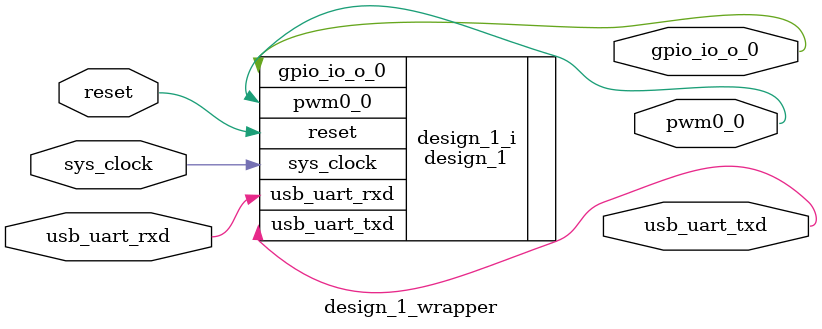
<source format=v>
`timescale 1 ps / 1 ps

module design_1_wrapper
   (gpio_io_o_0,
    pwm0_0,
    reset,
    sys_clock,
    usb_uart_rxd,
    usb_uart_txd);
  output [0:0]gpio_io_o_0;
  output pwm0_0;
  input reset;
  input sys_clock;
  input usb_uart_rxd;
  output usb_uart_txd;

  wire [0:0]gpio_io_o_0;
  wire pwm0_0;
  wire reset;
  wire sys_clock;
  wire usb_uart_rxd;
  wire usb_uart_txd;

  design_1 design_1_i
       (.gpio_io_o_0(gpio_io_o_0),
        .pwm0_0(pwm0_0),
        .reset(reset),
        .sys_clock(sys_clock),
        .usb_uart_rxd(usb_uart_rxd),
        .usb_uart_txd(usb_uart_txd));
endmodule

</source>
